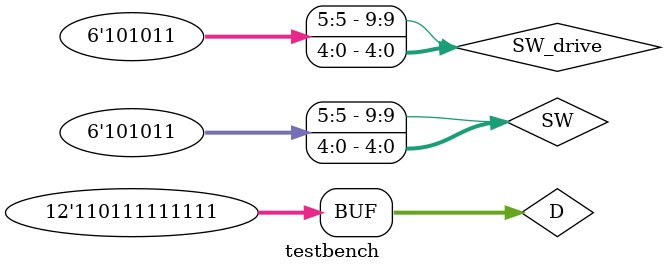
<source format=sv>
`timescale 1ns/1ps  

module testbench; 

 //force CLOCK_50 via do file
 
 wire CLOCK_50, DIN, Done;
 reg DOUT;
 wire [9:0] SW_drive;// SW1, SW2, SW3, SW4; 
 reg [9:0] SW;
 wire [15:0] DOUTArr;  
 wire [11:0] D;  
 wire [35:0] GPIO_0; 


 
 assign D[11:0] = 12'b110111111111; 
 
 assign SW_drive[0] = (SW[0] == 1'b1)? 1'b1:1'b0; 
 assign SW_drive[1] = (SW[1] == 1'b1)? 1'b1:1'b0; 
 assign SW_drive[2] = (SW[2] == 1'b1)? 1'b1:1'b0;
 assign SW_drive[3] = (SW[3] == 1'b1)? 1'b1:1'b0;  
 assign SW_drive[4] = (SW[4] == 1'b1)? 1'b1:1'b0; 
 assign SW_drive[5] = (SW[5] == 1'b1)? 1'b1:1'b0; 
 assign SW_drive[6] = (SW[6] == 1'b1)? 1'b1:1'b0;
 assign SW_drive[7] = (SW[7] == 1'b1)? 1'b1:1'b0; 
 assign SW_drive[8] = (SW[8] == 1'b1)? 1'b1:1'b0; 
 assign SW_drive[9] = (SW[9] == 1'b1)? 1'b1:1'b0; 

 
 int cycleCounter;  
 
 //assign SW_drive[0] = 1'b1; 

 signalCaptureBlock SCB1 (.CLOCK_50(CLOCK_50), .SW(SW_drive), .DOUT(DOUT), .DIN(DIN), .Done(Done), .DOUTArr(DOUTArr), .GPIO_0(GPIO_0), .SCLK(SCLK), .CSN(CSN)); 

 //.SW1(SW1),  .SW2(SW2),  .SW3(SW3),  .SW4(SW4),
initial begin 

    $display("Driving Enable and SCLKReset PINS \n"); 
	 SW[0] = 1'b1; //Enable On
	 SW[0] = 1'b1; //Enable On
	 
	 SW[9] = 1'b1;  #25; //Reset OFF	 
	 SW[9] = 1'b0;  #50; //Reset ON	 
	 SW[9] = 1'b1; #50; //Reset OFF 
	 
 
    $display("Setting ADC Channel to 100\n");
	 SW[2] = 0; //ADD0
	 SW[3] = 1; //ADD1 
	 SW[4] = 0; //ADD2
	 
	 $display("Driving Reset PIN \n"); 	 
	 SW[1] = 1'b1;  #25; //Reset OFF	 
	 SW[1] = 1'b0;  #50; //Reset ON	 
	 SW[1] = 1'b1; #50; //Reset OFF 	
	 #500; 
	
	 SW[1] = 1'b0;  #50; //Reset ON	 
	 SW[1] = 1'b1; #50; //Reset OFF 
	 	 
 end 
 
 
 //Driving the cycleCounter 
 always @ (negedge SCLK) begin  
	if(!CSN) begin  
		case(cycleCounter) 	
		 17:DOUT <=  1'b0; 
		 0: DOUT <=  1'b0; //0
		 1: DOUT <=  (SW[4] == 1'b1)?1'b1:1'b0; //ADD2
		 2: DOUT <=  (SW[3] == 1'b1)?1'b1:1'b0; //ADD1
		 3: DOUT <=  (SW[2] == 1'b1)?1'b1:1'b0; //ADD0
		 4: DOUT <=  D[11]; //Data bits 
		 5: DOUT <=  D[10]; 
		 6: DOUT <=  D[9]; 
		 7: DOUT <=  D[8]; 
		 8: DOUT <=  D[7]; 
		 9: DOUT <=  D[6]; 
		 10:DOUT <=  D[5]; 
		 11:DOUT <=  D[4]; 
		 12:DOUT <=  D[3]; 
		 13:DOUT <=  D[2]; 
		 14:DOUT <=  D[1]; 
		 15:DOUT <=  D[0];  	
		endcase 
	end 
 end 
 
 always @ (negedge SCLK) begin 		
	if(CSN || cycleCounter == 17) 
		cycleCounter <= 0; 
	else
		cycleCounter <=  cycleCounter + 1; 	
 end 
 
endmodule 
</source>
